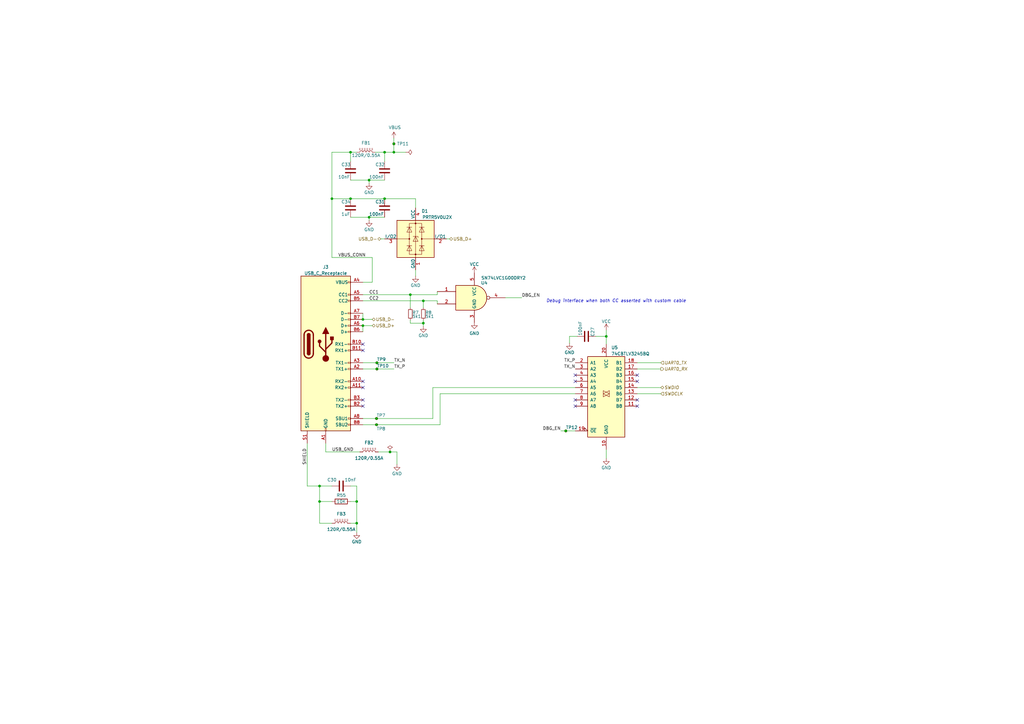
<source format=kicad_sch>
(kicad_sch (version 20230121) (generator eeschema)
  (paper "A3")
  (title_block (title "Spirit Logger") (date "2023-01-23") (rev "0") (company "Specialized Europe GmbH"))
  (lib_symbols
    (symbol "74xGxx:74AHC1G00"
      (property "Reference" "U" (at -2.54 3.81 0))
      (property "Value" "74AHC1G00" (at 0 -3.81 0))
      (symbol "74AHC1G00_0_1"
        (arc (start 0 -5.08) (mid 5.0579 0) (end 0 5.08) (stroke (width 0.254)) (fill (type background)))
        (polyline (pts (xy 0 -5.08) (xy -7.62 -5.08) (xy -7.62 5.08) (xy 0 5.08)) (stroke (width 0.254)) (fill (type background)))
      )
      (symbol "74AHC1G00_1_1"
        (pin input line (at -15.24 2.54 0) (length 7.62) (name "~") (number "1"))
        (pin input line (at -15.24 -2.54 0) (length 7.62) (name "~") (number "2"))
        (pin power_in line (at 0 -10.16 90) (length 5.08) (name "GND") (number "3"))
        (pin output inverted (at 12.7 0 180) (length 7.62) (name "~") (number "4"))
        (pin power_in line (at 0 10.16 270) (length 5.08) (name "VCC") (number "5"))
      )
    )
    (symbol "Connector:TestPoint_Small" (pin_numbers hide) (pin_names (offset 0.762) hide)
      (property "Reference" "TP" (at 0 3.81 0))
      (property "Value" "TestPoint_Small" (at 0 2.032 0))
      (symbol "TestPoint_Small_0_1"
        (circle (center 0 0) (radius 0.508))
      )
      (symbol "TestPoint_Small_1_1"
        (pin passive line (at 0 0 90) (length 0) (name "1") (number "1"))
      )
    )
    (symbol "Connector:USB_C_Receptacle" (pin_names (offset 1.016))
      (property "Reference" "J" (at -10.16 29.21 0))
      (property "Value" "USB_C_Receptacle" (at 10.16 29.21 0))
      (symbol "USB_C_Receptacle_0_0"
        (rectangle (start -0.254 -35.56) (end 0.254 -34.544))
        (rectangle (start 10.16 -32.766) (end 9.144 -33.274))
        (rectangle (start 10.16 -30.226) (end 9.144 -30.734))
        (rectangle (start 10.16 -25.146) (end 9.144 -25.654))
        (rectangle (start 10.16 -22.606) (end 9.144 -23.114))
        (rectangle (start 10.16 -17.526) (end 9.144 -18.034))
        (rectangle (start 10.16 -14.986) (end 9.144 -15.494))
        (rectangle (start 10.16 -9.906) (end 9.144 -10.414))
        (rectangle (start 10.16 -7.366) (end 9.144 -7.874))
        (rectangle (start 10.16 -2.286) (end 9.144 -2.794))
        (rectangle (start 10.16 0.254) (end 9.144 -0.254))
        (rectangle (start 10.16 5.334) (end 9.144 4.826))
        (rectangle (start 10.16 7.874) (end 9.144 7.366))
        (rectangle (start 10.16 10.414) (end 9.144 9.906))
        (rectangle (start 10.16 12.954) (end 9.144 12.446))
        (rectangle (start 10.16 18.034) (end 9.144 17.526))
        (rectangle (start 10.16 20.574) (end 9.144 20.066))
        (rectangle (start 10.16 25.654) (end 9.144 25.146))
      )
      (symbol "USB_C_Receptacle_0_1"
        (rectangle (start -10.16 27.94) (end 10.16 -35.56) (stroke (width 0.254)) (fill (type background)))
        (arc (start -8.89 -3.81) (mid -6.985 -5.7067) (end -5.08 -3.81) (stroke (width 0.508)))
        (arc (start -7.62 -3.81) (mid -6.985 -4.4423) (end -6.35 -3.81) (stroke (width 0.254)))
        (arc (start -7.62 -3.81) (mid -6.985 -4.4423) (end -6.35 -3.81) (stroke (width 0.254)) (fill (type outline)))
        (rectangle (start -7.62 -3.81) (end -6.35 3.81) (stroke (width 0.254)) (fill (type outline)))
        (arc (start -6.35 3.81) (mid -6.985 4.4423) (end -7.62 3.81) (stroke (width 0.254)))
        (arc (start -6.35 3.81) (mid -6.985 4.4423) (end -7.62 3.81) (stroke (width 0.254)) (fill (type outline)))
        (arc (start -5.08 3.81) (mid -6.985 5.7067) (end -8.89 3.81) (stroke (width 0.508)))
        (polyline (pts (xy -8.89 -3.81) (xy -8.89 3.81)) (stroke (width 0.508)))
        (polyline (pts (xy -5.08 3.81) (xy -5.08 -3.81)) (stroke (width 0.508)))
      )
      (symbol "USB_C_Receptacle_1_1"
        (circle (center -2.54 1.143) (radius 0.635) (stroke (width 0.254)) (fill (type outline)))
        (circle (center 0 -5.842) (radius 1.27) (fill (type outline)))
        (polyline (pts (xy 0 -5.842) (xy 0 4.318)) (stroke (width 0.508)))
        (polyline (pts (xy 0 -3.302) (xy -2.54 -0.762) (xy -2.54 0.508)) (stroke (width 0.508)))
        (polyline (pts (xy 0 -2.032) (xy 2.54 0.508) (xy 2.54 1.778)) (stroke (width 0.508)))
        (polyline (pts (xy -1.27 4.318) (xy 0 6.858) (xy 1.27 4.318) (xy -1.27 4.318)) (stroke (width 0.254)) (fill (type outline)))
        (rectangle (start 1.905 1.778) (end 3.175 3.048) (stroke (width 0.254)) (fill (type outline)))
        (pin passive line (at 0 -40.64 90) (length 5.08) (name "GND") (number "A1"))
        (pin bidirectional line (at 15.24 -15.24 180) (length 5.08) (name "RX2-") (number "A10"))
        (pin bidirectional line (at 15.24 -17.78 180) (length 5.08) (name "RX2+") (number "A11"))
        (pin passive line (at 0 -40.64 90) (length 5.08) hide (name "GND") (number "A12"))
        (pin bidirectional line (at 15.24 -10.16 180) (length 5.08) (name "TX1+") (number "A2"))
        (pin bidirectional line (at 15.24 -7.62 180) (length 5.08) (name "TX1-") (number "A3"))
        (pin passive line (at 15.24 25.4 180) (length 5.08) (name "VBUS") (number "A4"))
        (pin bidirectional line (at 15.24 20.32 180) (length 5.08) (name "CC1") (number "A5"))
        (pin bidirectional line (at 15.24 7.62 180) (length 5.08) (name "D+") (number "A6"))
        (pin bidirectional line (at 15.24 12.7 180) (length 5.08) (name "D-") (number "A7"))
        (pin bidirectional line (at 15.24 -30.48 180) (length 5.08) (name "SBU1") (number "A8"))
        (pin passive line (at 15.24 25.4 180) (length 5.08) hide (name "VBUS") (number "A9"))
        (pin passive line (at 0 -40.64 90) (length 5.08) hide (name "GND") (number "B1"))
        (pin bidirectional line (at 15.24 0 180) (length 5.08) (name "RX1-") (number "B10"))
        (pin bidirectional line (at 15.24 -2.54 180) (length 5.08) (name "RX1+") (number "B11"))
        (pin passive line (at 0 -40.64 90) (length 5.08) hide (name "GND") (number "B12"))
        (pin bidirectional line (at 15.24 -25.4 180) (length 5.08) (name "TX2+") (number "B2"))
        (pin bidirectional line (at 15.24 -22.86 180) (length 5.08) (name "TX2-") (number "B3"))
        (pin passive line (at 15.24 25.4 180) (length 5.08) hide (name "VBUS") (number "B4"))
        (pin bidirectional line (at 15.24 17.78 180) (length 5.08) (name "CC2") (number "B5"))
        (pin bidirectional line (at 15.24 5.08 180) (length 5.08) (name "D+") (number "B6"))
        (pin bidirectional line (at 15.24 10.16 180) (length 5.08) (name "D-") (number "B7"))
        (pin bidirectional line (at 15.24 -33.02 180) (length 5.08) (name "SBU2") (number "B8"))
        (pin passive line (at 15.24 25.4 180) (length 5.08) hide (name "VBUS") (number "B9"))
        (pin passive line (at -7.62 -40.64 90) (length 5.08) (name "SHIELD") (number "S1"))
      )
    )
    (symbol "Device:C" (pin_numbers hide) (pin_names (offset 0.254))
      (property "Reference" "C" (at 0.635 2.54 0))
      (property "Value" "C" (at 0.635 -2.54 0))
      (symbol "C_0_1"
        (polyline (pts (xy -2.032 -0.762) (xy 2.032 -0.762)) (stroke (width 0.508)))
        (polyline (pts (xy -2.032 0.762) (xy 2.032 0.762)) (stroke (width 0.508)))
      )
      (symbol "C_1_1"
        (pin passive line (at 0 3.81 270) (length 2.794) (name "~") (number "1"))
        (pin passive line (at 0 -3.81 90) (length 2.794) (name "~") (number "2"))
      )
    )
    (symbol "Device:L_Ferrite" (pin_numbers hide) (pin_names (offset 1.016) hide)
      (property "Reference" "L" (at -1.27 0 90))
      (property "Value" "L_Ferrite" (at 2.794 0 90))
      (symbol "L_Ferrite_0_1"
        (arc (start 0 -2.54) (mid 0.6323 -1.905) (end 0 -1.27))
        (arc (start 0 -1.27) (mid 0.6323 -0.635) (end 0 0))
        (polyline (pts (xy 1.016 -2.794) (xy 1.016 -2.286)))
        (polyline (pts (xy 1.016 -1.778) (xy 1.016 -1.27)))
        (polyline (pts (xy 1.016 -0.762) (xy 1.016 -0.254)))
        (polyline (pts (xy 1.016 0.254) (xy 1.016 0.762)))
        (polyline (pts (xy 1.016 1.27) (xy 1.016 1.778)))
        (polyline (pts (xy 1.016 2.286) (xy 1.016 2.794)))
        (polyline (pts (xy 1.524 -2.286) (xy 1.524 -2.794)))
        (polyline (pts (xy 1.524 -1.27) (xy 1.524 -1.778)))
        (polyline (pts (xy 1.524 -0.254) (xy 1.524 -0.762)))
        (polyline (pts (xy 1.524 0.762) (xy 1.524 0.254)))
        (polyline (pts (xy 1.524 1.778) (xy 1.524 1.27)))
        (polyline (pts (xy 1.524 2.794) (xy 1.524 2.286)))
        (arc (start 0 0) (mid 0.6323 0.635) (end 0 1.27))
        (arc (start 0 1.27) (mid 0.6323 1.905) (end 0 2.54))
      )
      (symbol "L_Ferrite_1_1"
        (pin passive line (at 0 3.81 270) (length 1.27) (name "1") (number "1"))
        (pin passive line (at 0 -3.81 90) (length 1.27) (name "2") (number "2"))
      )
    )
    (symbol "Device:R" (pin_numbers hide) (pin_names (offset 0))
      (property "Reference" "R" (at 2.032 0 90))
      (property "Value" "R" (at 0 0 90))
      (symbol "R_0_1"
        (rectangle (start -1.016 -2.54) (end 1.016 2.54) (stroke (width 0.254)))
      )
      (symbol "R_1_1"
        (pin passive line (at 0 3.81 270) (length 1.27) (name "~") (number "1"))
        (pin passive line (at 0 -3.81 90) (length 1.27) (name "~") (number "2"))
      )
    )
    (symbol "Device:R_Small" (pin_numbers hide) (pin_names (offset 0.254) hide)
      (property "Reference" "R" (at 0.762 0.508 0))
      (property "Value" "R_Small" (at 0.762 -1.016 0))
      (symbol "R_Small_0_1"
        (rectangle (start -0.762 1.778) (end 0.762 -1.778) (stroke (width 0.2032)))
      )
      (symbol "R_Small_1_1"
        (pin passive line (at 0 2.54 270) (length 0.762) (name "~") (number "1"))
        (pin passive line (at 0 -2.54 90) (length 0.762) (name "~") (number "2"))
      )
    )
    (symbol "JBR_ICs:74CBTLV3245BQ" (pin_names (offset 1.016))
      (property "Reference" "U" (at -7.62 16.51 0))
      (property "Value" "74CBTLV3245BQ" (at -7.62 -19.05 0))
      (symbol "74CBTLV3245BQ_1_0"
        (polyline (pts (xy 1.27 0) (xy -1.27 1.27) (xy -1.27 -1.27) (xy 1.27 0)) (stroke (width 0.1524)))
        (polyline (pts (xy 1.27 1.27) (xy -1.27 0) (xy 1.27 -1.27) (xy 1.27 1.27)))
        (pin power_in line (at 0 -22.86 90) (length 5.08) (name "GND") (number "10"))
        (pin bidirectional line (at 12.7 -5.08 180) (length 5.08) (name "B8") (number "11"))
        (pin bidirectional line (at 12.7 -2.54 180) (length 5.08) (name "B7") (number "12"))
        (pin bidirectional line (at 12.7 0 180) (length 5.08) (name "B6") (number "13"))
        (pin bidirectional line (at 12.7 2.54 180) (length 5.08) (name "B5") (number "14"))
        (pin bidirectional line (at 12.7 5.08 180) (length 5.08) (name "B4") (number "15"))
        (pin bidirectional line (at 12.7 7.62 180) (length 5.08) (name "B3") (number "16"))
        (pin bidirectional line (at 12.7 10.16 180) (length 5.08) (name "B2") (number "17"))
        (pin bidirectional line (at 12.7 12.7 180) (length 5.08) (name "B1") (number "18"))
        (pin input input_low (at -12.7 -15.24 0) (length 5.08) (name "~{OE}") (number "19"))
        (pin bidirectional line (at -12.7 12.7 0) (length 5.08) (name "A1") (number "2"))
        (pin power_in line (at 0 20.32 270) (length 5.08) (name "VCC") (number "20"))
        (pin bidirectional line (at -12.7 10.16 0) (length 5.08) (name "A2") (number "3"))
        (pin bidirectional line (at -12.7 7.62 0) (length 5.08) (name "A3") (number "4"))
        (pin bidirectional line (at -12.7 5.08 0) (length 5.08) (name "A4") (number "5"))
        (pin bidirectional line (at -12.7 2.54 0) (length 5.08) (name "A5") (number "6"))
        (pin bidirectional line (at -12.7 0 0) (length 5.08) (name "A6") (number "7"))
        (pin bidirectional line (at -12.7 -2.54 0) (length 5.08) (name "A7") (number "8"))
        (pin bidirectional line (at -12.7 -5.08 0) (length 5.08) (name "A8") (number "9"))
      )
      (symbol "74CBTLV3245BQ_1_1"
        (rectangle (start -7.62 15.24) (end 7.62 -17.78) (stroke (width 0.254)) (fill (type background)))
      )
    )
    (symbol "Power_Protection:PRTR5V0U2X" (pin_names (offset 0))
      (property "Reference" "D" (at 2.794 8.636 0))
      (property "Value" "PRTR5V0U2X" (at 8.128 -9.398 0))
      (symbol "PRTR5V0U2X_0_1"
        (rectangle (start -7.62 -7.62) (end 7.62 7.62) (stroke (width 0.254)) (fill (type background)))
        (circle (center -2.54 0) (radius 0.254) (fill (type outline)))
        (rectangle (start -2.54 6.35) (end 2.54 -6.35))
        (circle (center 0 -6.35) (radius 0.254) (fill (type outline)))
        (polyline (pts (xy -2.54 0) (xy -7.62 0)))
        (polyline (pts (xy -1.524 -2.794) (xy -3.556 -2.794)))
        (polyline (pts (xy -1.524 4.826) (xy -3.556 4.826)))
        (polyline (pts (xy 0 -7.62) (xy 0 7.62)))
        (polyline (pts (xy 1.524 -2.794) (xy 3.556 -2.794)))
        (polyline (pts (xy 1.524 4.826) (xy 3.556 4.826)))
        (polyline (pts (xy 2.54 0) (xy 7.62 0)))
        (polyline (pts (xy 1.016 1.016) (xy -1.016 1.016) (xy -1.016 0.508)))
        (polyline (pts (xy -3.556 -4.826) (xy -1.524 -4.826) (xy -2.54 -2.794) (xy -3.556 -4.826)))
        (polyline (pts (xy -3.556 2.794) (xy -1.524 2.794) (xy -2.54 4.826) (xy -3.556 2.794)))
        (polyline (pts (xy -1.016 -1.016) (xy 1.016 -1.016) (xy 0 1.016) (xy -1.016 -1.016)))
        (polyline (pts (xy 3.556 -4.826) (xy 1.524 -4.826) (xy 2.54 -2.794) (xy 3.556 -4.826)))
        (polyline (pts (xy 3.556 2.794) (xy 1.524 2.794) (xy 2.54 4.826) (xy 3.556 2.794)))
        (circle (center 0 6.35) (radius 0.254) (fill (type outline)))
        (circle (center 2.54 0) (radius 0.254) (fill (type outline)))
      )
      (symbol "PRTR5V0U2X_1_1"
        (pin passive line (at 0 -12.7 90) (length 5.08) (name "GND") (number "1"))
        (pin passive line (at -12.7 0 0) (length 5.08) (name "I/O1") (number "2"))
        (pin passive line (at 12.7 0 180) (length 5.08) (name "I/O2") (number "3"))
        (pin passive line (at 0 12.7 270) (length 5.08) (name "VCC") (number "4"))
      )
    )
    (symbol "power:GND" (power) (pin_names (offset 0))
      (property "Value" "GND" (at 0 -3.81 0))
      (symbol "GND_0_1"
        (polyline (pts (xy 0 0) (xy 0 -1.27) (xy 1.27 -1.27) (xy 0 -2.54) (xy -1.27 -1.27) (xy 0 -1.27)))
      )
      (symbol "GND_1_1"
        (pin power_in line (at 0 0 270) (length 0) hide (name "GND") (number "1"))
      )
    )
    (symbol "power:PWR_FLAG" (power) (pin_numbers hide) (pin_names (offset 0) hide)
      (property "Value" "PWR_FLAG" (at 0 3.81 0))
      (symbol "PWR_FLAG_0_0"
        (pin power_out line (at 0 0 90) (length 0) (name "pwr") (number "1"))
      )
      (symbol "PWR_FLAG_0_1"
        (polyline (pts (xy 0 0) (xy 0 1.27) (xy -1.016 1.905) (xy 0 2.54) (xy 1.016 1.905) (xy 0 1.27)))
      )
    )
    (symbol "power:VBUS" (power) (pin_names (offset 0))
      (property "Value" "VBUS" (at 0 3.81 0))
      (symbol "VBUS_0_1"
        (polyline (pts (xy -0.762 1.27) (xy 0 2.54)))
        (polyline (pts (xy 0 0) (xy 0 2.54)))
        (polyline (pts (xy 0 2.54) (xy 0.762 1.27)))
      )
      (symbol "VBUS_1_1"
        (pin power_in line (at 0 0 90) (length 0) hide (name "VBUS") (number "1"))
      )
    )
    (symbol "power:VCC" (power) (pin_names (offset 0))
      (property "Value" "VCC" (at 0 3.81 0))
      (symbol "VCC_0_1"
        (polyline (pts (xy -0.762 1.27) (xy 0 2.54)))
        (polyline (pts (xy 0 0) (xy 0 2.54)))
        (polyline (pts (xy 0 2.54) (xy 0.762 1.27)))
      )
      (symbol "VCC_1_1"
        (pin power_in line (at 0 0 90) (length 0) hide (name "VCC") (number "1"))
      )
    )
  )
  (junction (at 161.544 58.9788))
  (junction (at 131.064 205.6892))
  (junction (at 154.432 174.1932))
  (junction (at 148.844 133.5532))
  (junction (at 143.764 62.4332))
  (junction (at 168.3004 120.8532))
  (junction (at 157.734 62.4332))
  (junction (at 248.666 137.9728))
  (junction (at 173.6344 132.5372))
  (junction (at 151.384 89.1032))
  (junction (at 173.6344 123.3932))
  (junction (at 136.144 81.4832))
  (junction (at 154.5844 148.7932))
  (junction (at 154.5844 151.3332))
  (junction (at 161.544 62.4332))
  (junction (at 159.9692 185.3692))
  (junction (at 148.844 131.0132))
  (junction (at 146.304 205.6892))
  (junction (at 154.432 171.6532))
  (junction (at 151.384 73.8632))
  (junction (at 232.0544 176.7332))
  (junction (at 143.764 81.4832))
  (junction (at 146.304 214.5792))
  (junction (at 131.064 199.3392))
  (junction (at 157.734 81.4832))
  (no_connect (at 261.366 164.0332))
  (no_connect (at 148.844 166.5732))
  (no_connect (at 235.966 156.4132))
  (no_connect (at 148.844 156.4132))
  (no_connect (at 235.966 153.8732))
  (no_connect (at 261.366 166.5732))
  (no_connect (at 148.844 141.1732))
  (no_connect (at 261.366 156.4132))
  (no_connect (at 148.844 143.7132))
  (no_connect (at 261.366 153.8732))
  (no_connect (at 235.966 166.5732))
  (no_connect (at 148.844 164.0332))
  (no_connect (at 148.844 158.9532))
  (no_connect (at 235.966 164.0332))
  (wire (pts (xy 152.654 105.6132) (xy 152.654 115.7732)))
  (wire (pts (xy 261.366 148.7932) (xy 271.018 148.7932)))
  (wire (pts (xy 248.666 135.4328) (xy 248.666 137.9728)))
  (wire (pts (xy 168.3004 126.1872) (xy 168.3004 120.8532)))
  (wire (pts (xy 170.434 81.4832) (xy 170.434 85.2932)))
  (wire (pts (xy 177.546 171.6532) (xy 177.546 158.9532)))
  (wire (pts (xy 166.37 62.4332) (xy 161.544 62.4332)))
  (wire (pts (xy 179.324 120.8532) (xy 179.324 119.5832)))
  (wire (pts (xy 148.844 151.3332) (xy 154.5844 151.3332)))
  (wire (pts (xy 157.734 62.4332) (xy 157.734 66.2432)))
  (wire (pts (xy 131.064 214.5792) (xy 131.064 205.6892)))
  (wire (pts (xy 143.764 66.2432) (xy 143.764 62.4332)))
  (wire (pts (xy 143.764 205.6892) (xy 146.304 205.6892)))
  (wire (pts (xy 143.764 62.4332) (xy 136.144 62.4332)))
  (wire (pts (xy 148.844 171.6532) (xy 154.432 171.6532)))
  (wire (pts (xy 136.144 105.6132) (xy 152.654 105.6132)))
  (wire (pts (xy 148.844 133.5532) (xy 152.654 133.5532)))
  (wire (pts (xy 183.134 97.9932) (xy 184.404 97.9932)))
  (wire (pts (xy 146.304 214.5792) (xy 146.304 205.6892)))
  (wire (pts (xy 177.546 158.9532) (xy 235.966 158.9532)))
  (wire (pts (xy 151.384 89.1032) (xy 151.384 90.3732)))
  (wire (pts (xy 161.544 62.4332) (xy 157.734 62.4332)))
  (wire (pts (xy 261.366 161.4932) (xy 271.018 161.4932)))
  (wire (pts (xy 230.0224 176.7332) (xy 232.0544 176.7332)))
  (wire (pts (xy 207.264 122.1232) (xy 214.0204 122.1232)))
  (wire (pts (xy 248.666 184.3532) (xy 248.666 188.0108)))
  (wire (pts (xy 136.144 62.4332) (xy 136.144 81.4832)))
  (wire (pts (xy 232.0544 176.7332) (xy 235.966 176.7332)))
  (wire (pts (xy 148.844 131.0132) (xy 152.654 131.0132)))
  (wire (pts (xy 125.984 199.3392) (xy 131.064 199.3392)))
  (wire (pts (xy 153.924 62.4332) (xy 157.734 62.4332)))
  (wire (pts (xy 173.6344 131.2672) (xy 173.6344 132.5372)))
  (wire (pts (xy 143.764 73.8632) (xy 151.384 73.8632)))
  (wire (pts (xy 146.304 199.3392) (xy 146.304 205.6892)))
  (wire (pts (xy 162.814 185.3692) (xy 162.814 190.4492)))
  (wire (pts (xy 170.434 110.6932) (xy 170.434 113.2332)))
  (wire (pts (xy 143.764 214.5792) (xy 146.304 214.5792)))
  (wire (pts (xy 168.3004 120.8532) (xy 179.324 120.8532)))
  (wire (pts (xy 261.366 158.9532) (xy 271.018 158.9532)))
  (wire (pts (xy 148.844 128.4732) (xy 148.844 131.0132)))
  (wire (pts (xy 154.432 171.6532) (xy 177.546 171.6532)))
  (wire (pts (xy 161.544 58.9788) (xy 161.544 62.4332)))
  (wire (pts (xy 143.764 81.4832) (xy 157.734 81.4832)))
  (wire (pts (xy 261.366 151.3332) (xy 271.018 151.3332)))
  (wire (pts (xy 180.4924 174.1932) (xy 180.4924 161.4932)))
  (wire (pts (xy 236.728 137.9728) (xy 233.5784 137.9728)))
  (wire (pts (xy 148.844 148.7932) (xy 154.5844 148.7932)))
  (wire (pts (xy 148.844 115.7732) (xy 152.654 115.7732)))
  (wire (pts (xy 146.304 214.5792) (xy 146.304 218.3892)))
  (wire (pts (xy 173.6344 132.5372) (xy 173.6344 133.8072)))
  (wire (pts (xy 136.144 81.4832) (xy 143.764 81.4832)))
  (wire (pts (xy 143.764 199.3392) (xy 146.304 199.3392)))
  (wire (pts (xy 133.604 185.3692) (xy 147.574 185.3692)))
  (wire (pts (xy 154.432 174.1932) (xy 180.4924 174.1932)))
  (wire (pts (xy 151.384 89.1032) (xy 157.734 89.1032)))
  (wire (pts (xy 157.734 73.8632) (xy 151.384 73.8632)))
  (wire (pts (xy 248.666 137.9728) (xy 248.666 141.1732)))
  (wire (pts (xy 168.3004 132.5372) (xy 173.6344 132.5372)))
  (wire (pts (xy 180.4924 161.4932) (xy 235.966 161.4932)))
  (wire (pts (xy 148.844 136.0932) (xy 148.844 133.5532)))
  (wire (pts (xy 154.5844 151.3332) (xy 161.5948 151.3332)))
  (wire (pts (xy 143.764 62.4332) (xy 146.304 62.4332)))
  (wire (pts (xy 131.064 205.6892) (xy 131.064 199.3392)))
  (wire (pts (xy 168.3004 131.2672) (xy 168.3004 132.5372)))
  (wire (pts (xy 136.144 214.5792) (xy 131.064 214.5792)))
  (wire (pts (xy 173.6344 126.1872) (xy 173.6344 123.3932)))
  (wire (pts (xy 136.144 199.3392) (xy 131.064 199.3392)))
  (wire (pts (xy 179.324 123.3932) (xy 179.324 124.6632)))
  (wire (pts (xy 244.348 137.9728) (xy 248.666 137.9728)))
  (wire (pts (xy 136.144 81.4832) (xy 136.144 105.6132)))
  (wire (pts (xy 148.844 174.1932) (xy 154.432 174.1932)))
  (wire (pts (xy 148.844 120.8532) (xy 168.3004 120.8532)))
  (wire (pts (xy 143.764 89.1032) (xy 151.384 89.1032)))
  (wire (pts (xy 157.734 81.4832) (xy 170.434 81.4832)))
  (wire (pts (xy 173.6344 123.3932) (xy 179.324 123.3932)))
  (wire (pts (xy 156.21 97.9932) (xy 157.734 97.9932)))
  (wire (pts (xy 151.384 73.8632) (xy 151.384 75.1332)))
  (wire (pts (xy 159.9692 185.3692) (xy 162.814 185.3692)))
  (wire (pts (xy 155.194 185.3692) (xy 159.9692 185.3692)))
  (wire (pts (xy 173.6344 123.3932) (xy 148.844 123.3932)))
  (wire (pts (xy 136.144 205.6892) (xy 131.064 205.6892)))
  (wire (pts (xy 233.5784 137.9728) (xy 233.5784 140.7668)))
  (wire (pts (xy 161.544 56.6928) (xy 161.544 58.9788)))
  (wire (pts (xy 133.604 181.8132) (xy 133.604 185.3692)))
  (wire (pts (xy 125.984 181.8132) (xy 125.984 199.3392)))
  (wire (pts (xy 154.5844 148.7932) (xy 161.5948 148.7932)))
  (text "Debug interface when both CC asserted with custom cable" (at 224.028 124.2568 0) (effects (font (size 1.27 1.27) italic) (justify left bottom)))
  (label "TX_P" (at 235.966 148.7932 180))
  (label "VBUS_CONN" (at 138.684 105.6132 0))
  (label "DBG_EN" (at 214.0204 122.1232 0))
  (label "USB_GND" (at 136.144 185.3692 0))
  (label "SHIELD" (at 125.984 183.8452 270))
  (label "TX_P" (at 161.5948 151.3332 0))
  (label "DBG_EN" (at 230.0224 176.7332 180))
  (label "CC1" (at 151.384 120.8532 0))
  (label "TX_N" (at 235.966 151.3332 180))
  (label "CC2" (at 151.384 123.3932 0))
  (label "TX_N" (at 161.5948 148.7932 0))
  (hierarchical_label "USB_D+" (shape bidirectional) (at 184.404 97.9932 0))
  (hierarchical_label "UART0_RX" (shape output) (at 271.018 151.3332 0) (effects (font italic)))
  (hierarchical_label "USB_D-" (shape bidirectional) (at 152.654 131.0132 0))
  (hierarchical_label "SWDCLK" (shape input) (at 271.018 161.4932 0) (effects (font italic)))
  (hierarchical_label "USB_D+" (shape bidirectional) (at 152.654 133.5532 0))
  (hierarchical_label "SWDIO" (shape bidirectional) (at 271.018 158.9532 0) (effects (font italic)))
  (hierarchical_label "UART0_TX" (shape input) (at 271.018 148.7932 0) (effects (font italic)))
  (hierarchical_label "USB_D-" (shape bidirectional) (at 156.21 97.9932 180))
  (symbol (lib_id "JBR_ICs:74CBTLV3245BQ") (at 248.666 161.4932 0) (unit 1)
    (property "Reference" "U5" (at 250.6854 142.5534 0) (effects (justify left)))
    (property "Value" "74CBTLV3245BQ" (at 250.6854 145.0903 0) (effects (justify left)))
    (property "Footprint" "tuna-f1sh/jbr-kicad/SnapEDA.pretty:QFN50P450X250X100-21N" (effects hide))
    (property "Datasheet" "http://www.ti.com/lit/gpn/sn74cbtlv3861" (effects hide))
  )
  (symbol (lib_id "Device:R_Small") (at 173.6344 128.7272 0) (unit 1)
    (property "Reference" "R8" (at 174.3964 128.2192 0) (effects (justify left)))
    (property "Value" "5k1" (at 174.3964 129.7432 0) (effects (justify left)))
    (property "Footprint" "Resistor_SMD:R_0201_0603Metric" (effects hide))
    (property "Characteristics" "5%" (effects hide))
    (property "Notes" "USB legacy mode" (effects hide))
  )
  (symbol (lib_id "Device:L_Ferrite") (at 150.114 62.4332 90) (unit 1)
    (property "Reference" "FB1" (at 150.114 58.6232 90))
    (property "Value" "120R/0.55A" (at 150.114 63.7032 90))
    (property "Footprint" "Inductor_SMD:L_0603_1608Metric" (effects hide))
  )
  (symbol (lib_id "Power_Protection:PRTR5V0U2X") (at 170.434 97.9932 0) (mirror y) (unit 1)
    (property "Reference" "D1" (at 174.244 86.5632 0))
    (property "Value" "PRTR5V0U2X" (at 179.324 89.1032 0))
    (property "Footprint" "Package_TO_SOT_SMD:SOT-143" (effects hide))
    (property "Datasheet" "https://assets.nexperia.com/documents/data-sheet/PRTR5V0U2X.pdf" (effects hide))
  )
  (symbol (lib_id "power:VCC") (at 248.666 135.4328 0) (unit 1)
    (property "Reference" "#PWR0119" (effects hide))
    (property "Value" "VCC" (at 248.666 131.857 0))
  )
  (symbol (lib_id "Device:R") (at 139.954 205.6892 90) (unit 1)
    (property "Reference" "R55" (at 139.954 203.1492 90))
    (property "Value" "10K" (at 139.954 205.6892 90))
    (property "Footprint" "Resistor_SMD:R_0201_0603Metric" (effects hide))
  )
  (symbol (lib_id "Device:C") (at 157.734 70.0532 0) (unit 1)
    (property "Reference" "C32" (at 153.924 67.5132 0) (effects (justify left)))
    (property "Value" "100nF" (at 151.384 72.5932 0) (effects (justify left)))
    (property "Footprint" "Capacitor_SMD:C_0201_0603Metric" (effects hide))
  )
  (symbol (lib_id "Device:R_Small") (at 168.3004 128.7272 0) (unit 1)
    (property "Reference" "R7" (at 169.0624 128.2192 0) (effects (justify left)))
    (property "Value" "5k1" (at 169.0624 129.7432 0) (effects (justify left)))
    (property "Footprint" "Resistor_SMD:R_0201_0603Metric" (effects hide))
    (property "Characteristics" "5%" (effects hide))
    (property "Notes" "USB legacy mode" (effects hide))
  )
  (symbol (lib_id "power:GND") (at 151.384 75.1332 0) (unit 1)
    (property "Reference" "#PWR0130" (effects hide))
    (property "Value" "GND" (at 151.384 78.9432 0))
  )
  (symbol (lib_id "power:GND") (at 248.666 188.0108 0) (unit 1)
    (property "Reference" "#PWR0127" (effects hide))
    (property "Value" "GND" (at 248.666 191.8208 0))
  )
  (symbol (lib_id "Connector:TestPoint_Small") (at 154.5844 148.7932 0) (unit 1)
    (property "Reference" "TP9" (at 154.5844 147.3962 0) (effects (justify left)))
    (property "Value" "TestPoint" (effects hide))
    (property "Footprint" "tuna-f1sh/jbr-kicad/Misc.pretty:TestPoint_Pad_D1.0mm_Tight" (effects hide))
    (property "Config" "nofit" (effects hide))
  )
  (symbol (lib_id "power:GND") (at 146.304 218.3892 0) (unit 1)
    (property "Reference" "#PWR0137" (effects hide))
    (property "Value" "GND" (at 146.304 222.1992 0))
  )
  (symbol (lib_id "power:GND") (at 233.5784 140.7668 0) (unit 1)
    (property "Reference" "#PWR0126" (effects hide))
    (property "Value" "GND" (at 233.5784 144.5768 0))
  )
  (symbol (lib_id "Device:C") (at 143.764 70.0532 0) (unit 1)
    (property "Reference" "C33" (at 139.954 67.5132 0) (effects (justify left)))
    (property "Value" "10nF" (at 138.684 72.5932 0) (effects (justify left)))
    (property "Footprint" "Capacitor_SMD:C_0201_0603Metric" (effects hide))
  )
  (symbol (lib_id "power:GND") (at 173.6344 133.8072 0) (unit 1)
    (property "Reference" "#PWR0136" (effects hide))
    (property "Value" "GND" (at 173.6344 137.6172 0))
  )
  (symbol (lib_id "Connector:TestPoint_Small") (at 154.5844 151.3332 0) (unit 1)
    (property "Reference" "TP10" (at 154.5844 150.0632 0) (effects (justify left)))
    (property "Value" "TestPoint" (effects hide))
    (property "Footprint" "tuna-f1sh/jbr-kicad/Misc.pretty:TestPoint_Pad_D1.0mm_Tight" (effects hide))
    (property "Config" "nofit" (effects hide))
  )
  (symbol (lib_id "Device:C") (at 240.538 137.9728 270) (unit 1)
    (property "Reference" "C27" (at 243.078 134.1628 0) (effects (justify left)))
    (property "Value" "100nF" (at 237.998 131.6228 0) (effects (justify left)))
    (property "Footprint" "Capacitor_SMD:C_0201_0603Metric" (effects hide))
  )
  (symbol (lib_id "Connector:TestPoint_Small") (at 232.0544 176.7332 0) (unit 1)
    (property "Reference" "TP12" (at 232.0544 175.3362 0) (effects (justify left)))
    (property "Value" "TestPoint" (effects hide))
    (property "Footprint" "tuna-f1sh/jbr-kicad/Misc.pretty:TestPoint_Pad_D1.0mm_Tight" (effects hide))
    (property "Config" "nofit" (effects hide))
  )
  (symbol (lib_id "Device:L_Ferrite") (at 139.954 214.5792 90) (unit 1)
    (property "Reference" "FB3" (at 139.954 210.7692 90))
    (property "Value" "120R/0.55A" (at 139.954 217.1192 90))
    (property "Footprint" "Inductor_SMD:L_0603_1608Metric" (effects hide))
  )
  (symbol (lib_id "power:PWR_FLAG") (at 166.37 62.4332 270) (unit 1)
    (property "Reference" "#FLG0104" (effects hide))
    (property "Value" "PWR_FLAG" (effects hide))
  )
  (symbol (lib_id "power:GND") (at 194.564 132.2832 0) (unit 1)
    (property "Reference" "#PWR0134" (effects hide))
    (property "Value" "GND" (at 194.564 136.7266 0))
  )
  (symbol (lib_id "Connector:TestPoint_Small") (at 161.544 58.9788 270) (unit 1)
    (property "Reference" "TP11" (at 162.7886 58.9534 90) (effects (justify left)))
    (property "Value" "TestPoint" (effects hide))
    (property "Footprint" "tuna-f1sh/jbr-kicad/Misc.pretty:TestPoint_Pad_D1.0mm_Tight" (effects hide))
    (property "Config" "nofit" (effects hide))
  )
  (symbol (lib_id "power:GND") (at 151.384 90.3732 0) (unit 1)
    (property "Reference" "#PWR0131" (effects hide))
    (property "Value" "GND" (at 151.384 94.1832 0))
  )
  (symbol (lib_id "Device:L_Ferrite") (at 151.384 185.3692 90) (unit 1)
    (property "Reference" "FB2" (at 151.384 181.5592 90))
    (property "Value" "120R/0.55A" (at 151.384 187.9092 90))
    (property "Footprint" "Inductor_SMD:L_0603_1608Metric" (effects hide))
  )
  (symbol (lib_id "power:VBUS") (at 161.544 56.6928 0) (unit 1)
    (property "Reference" "#PWR0132" (effects hide))
    (property "Value" "VBUS" (at 161.925 52.2986 0))
  )
  (symbol (lib_id "Connector:USB_C_Receptacle") (at 133.604 141.1732 0) (unit 1)
    (property "Reference" "J3" (at 133.604 109.5334 0))
    (property "Value" "USB_C_Receptacle" (at 133.604 112.0703 0))
    (property "Footprint" "Connector_USB:USB_C_Receptacle_Amphenol_12401610E4-2A" (effects hide))
  )
  (symbol (lib_id "power:GND") (at 170.434 113.2332 0) (unit 1)
    (property "Reference" "#PWR0133" (effects hide))
    (property "Value" "GND" (at 170.434 117.0432 0))
  )
  (symbol (lib_id "Connector:TestPoint_Small") (at 154.432 171.6532 0) (unit 1)
    (property "Reference" "TP7" (at 154.432 170.3832 0) (effects (justify left)))
    (property "Value" "TestPoint" (effects hide))
    (property "Footprint" "tuna-f1sh/jbr-kicad/Misc.pretty:TestPoint_Pad_D1.0mm_Tight" (effects hide))
    (property "Config" "nofit" (effects hide))
  )
  (symbol (lib_id "Connector:TestPoint_Small") (at 154.432 174.1932 180) (unit 1)
    (property "Reference" "TP8" (at 158.115 175.8442 0) (effects (justify left)))
    (property "Value" "TestPoint" (effects hide))
    (property "Footprint" "tuna-f1sh/jbr-kicad/Misc.pretty:TestPoint_Pad_D1.0mm_Tight" (effects hide))
    (property "Config" "nofit" (effects hide))
  )
  (symbol (lib_id "Device:C") (at 157.734 85.2932 0) (unit 1)
    (property "Reference" "C31" (at 153.924 82.7532 0) (effects (justify left)))
    (property "Value" "100nF" (at 151.384 87.8332 0) (effects (justify left)))
    (property "Footprint" "Capacitor_SMD:C_0201_0603Metric" (effects hide))
  )
  (symbol (lib_id "Device:C") (at 139.954 199.3392 90) (unit 1)
    (property "Reference" "C30" (at 136.144 196.7992 90))
    (property "Value" "10nF" (at 143.764 196.7992 90))
    (property "Footprint" "Capacitor_SMD:C_0201_0603Metric" (effects hide))
  )
  (symbol (lib_id "Device:C") (at 143.764 85.2932 0) (unit 1)
    (property "Reference" "C34" (at 139.954 82.7532 0) (effects (justify left)))
    (property "Value" "1uF" (at 139.954 87.8332 0) (effects (justify left)))
    (property "Footprint" "Capacitor_SMD:C_0603_1608Metric" (effects hide))
  )
  (symbol (lib_id "power:PWR_FLAG") (at 159.9692 185.3692 0) (unit 1)
    (property "Reference" "#FLG0103" (effects hide))
    (property "Value" "PWR_FLAG" (effects hide))
  )
  (symbol (lib_id "power:VCC") (at 194.564 111.9632 0) (unit 1)
    (property "Reference" "#PWR0105" (effects hide))
    (property "Value" "VCC" (at 194.564 108.3874 0))
  )
  (symbol (lib_id "power:GND") (at 162.814 190.4492 0) (unit 1)
    (property "Reference" "#PWR0129" (effects hide))
    (property "Value" "GND" (at 162.814 194.2592 0))
  )
  (symbol (lib_id "74xGxx:74AHC1G00") (at 194.564 122.1232 0) (unit 1)
    (property "Reference" "U4" (at 198.628 116.0272 0))
    (property "Value" "SN74LVC1G00DRY2" (at 206.502 113.9952 0))
    (property "Footprint" "digikey/digikey-kicad-library/digikey-footprints.pretty:UFDFN-6_1.45x1mm" (effects hide))
    (property "Datasheet" "http://www.ti.com/lit/sg/scyt129e/scyt129e.pdf" (effects hide))
    (property "MFN" "Texas Instruments" (effects hide))
    (property "MPN" "SN74LVC1G00DRY2" (effects hide))
    (property "Vendor" "Digikey" (effects hide))
    (property "SKU" "296-SN74LVC1G00DRY2CT-ND" (effects hide))
    (property "Description" "IC GATE NAND 1CH 2-INP 6SON" (effects hide))
  )
)
</source>
